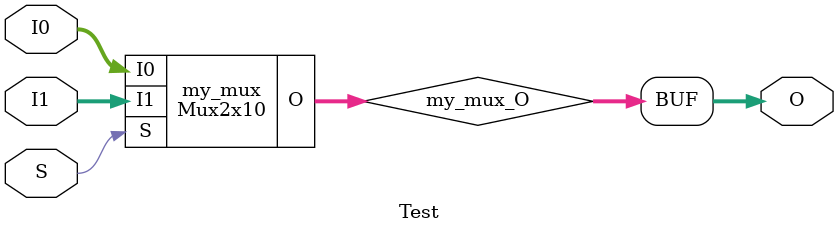
<source format=v>
module Mux2 (input [1:0] I, input  S, output  O);
wire  SB_LUT4_inst0_O;
SB_LUT4 #(.LUT_INIT(16'hCACA)) SB_LUT4_inst0 (.I0(I[0]), .I1(I[1]), .I2(S), .I3(1'b0), .O(SB_LUT4_inst0_O));
assign O = SB_LUT4_inst0_O;
endmodule

module Mux2x10 (input [9:0] I0, input [9:0] I1, input  S, output [9:0] O);
wire  Mux2_inst0_O;
wire  Mux2_inst1_O;
wire  Mux2_inst2_O;
wire  Mux2_inst3_O;
wire  Mux2_inst4_O;
wire  Mux2_inst5_O;
wire  Mux2_inst6_O;
wire  Mux2_inst7_O;
wire  Mux2_inst8_O;
wire  Mux2_inst9_O;
Mux2 Mux2_inst0 (.I({I1[0],I0[0]}), .S(S), .O(Mux2_inst0_O));
Mux2 Mux2_inst1 (.I({I1[1],I0[1]}), .S(S), .O(Mux2_inst1_O));
Mux2 Mux2_inst2 (.I({I1[2],I0[2]}), .S(S), .O(Mux2_inst2_O));
Mux2 Mux2_inst3 (.I({I1[3],I0[3]}), .S(S), .O(Mux2_inst3_O));
Mux2 Mux2_inst4 (.I({I1[4],I0[4]}), .S(S), .O(Mux2_inst4_O));
Mux2 Mux2_inst5 (.I({I1[5],I0[5]}), .S(S), .O(Mux2_inst5_O));
Mux2 Mux2_inst6 (.I({I1[6],I0[6]}), .S(S), .O(Mux2_inst6_O));
Mux2 Mux2_inst7 (.I({I1[7],I0[7]}), .S(S), .O(Mux2_inst7_O));
Mux2 Mux2_inst8 (.I({I1[8],I0[8]}), .S(S), .O(Mux2_inst8_O));
Mux2 Mux2_inst9 (.I({I1[9],I0[9]}), .S(S), .O(Mux2_inst9_O));
assign O = {Mux2_inst9_O,Mux2_inst8_O,Mux2_inst7_O,Mux2_inst6_O,Mux2_inst5_O,Mux2_inst4_O,Mux2_inst3_O,Mux2_inst2_O,Mux2_inst1_O,Mux2_inst0_O};
endmodule

module Test (input [9:0] I0, input [9:0] I1, input  S, output [9:0] O);
wire [9:0] my_mux_O;
Mux2x10 my_mux (.I0(I0), .I1(I1), .S(S), .O(my_mux_O));
assign O = my_mux_O;
endmodule


</source>
